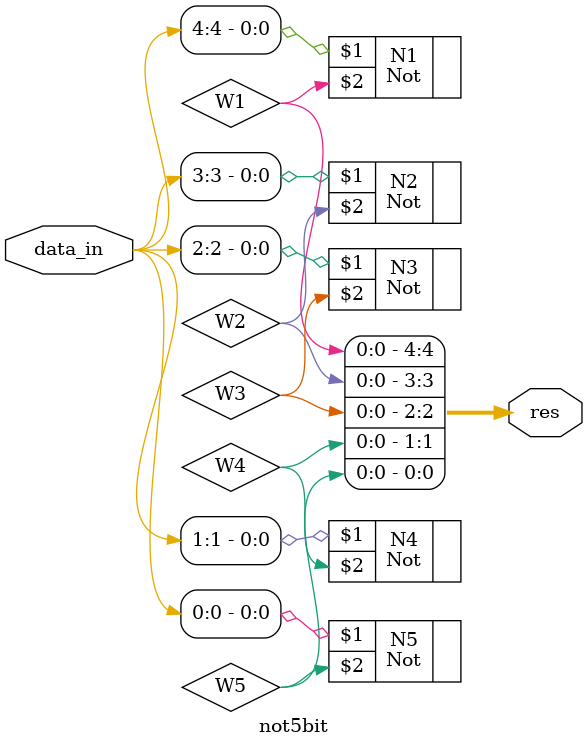
<source format=v>
module not5bit (input [4:0] data_in, output[4:0] res);

    wire W1, W2, W3, W4, W5;

    Not N1(data_in[4], W1);
    Not N2(data_in[3], W2);
    Not N3(data_in[2], W3);
    Not N4(data_in[1], W4);
    Not N5(data_in[0], W5);

    assign res = {W1, W2, W3, W4, W5};

endmodule
</source>
